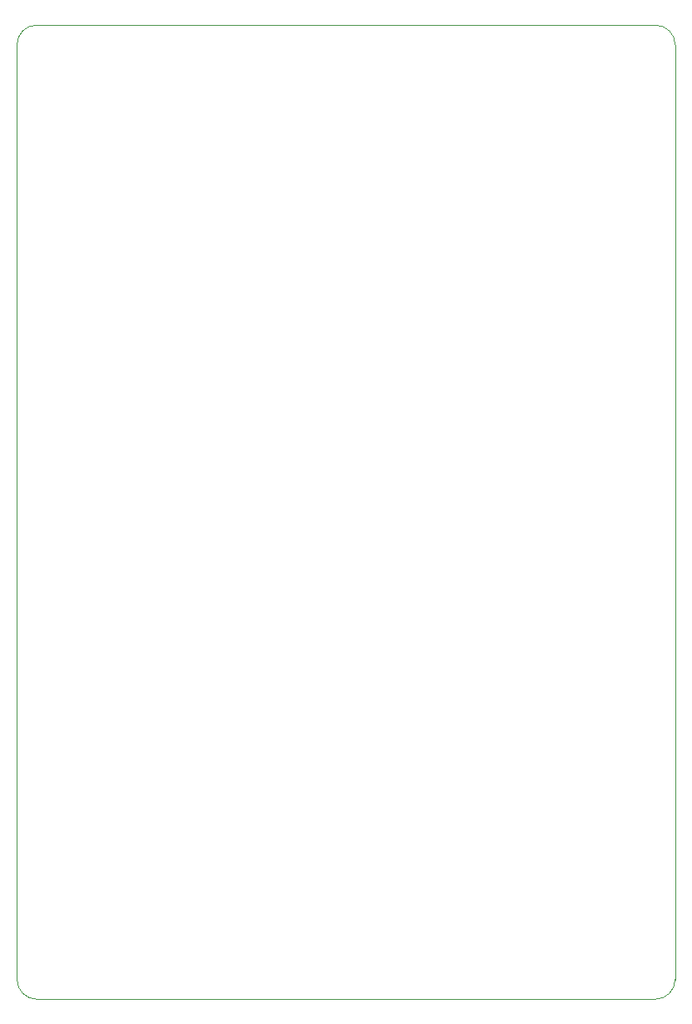
<source format=gm1>
%TF.GenerationSoftware,KiCad,Pcbnew,9.0.3*%
%TF.CreationDate,2025-07-12T16:14:16+09:00*%
%TF.ProjectId,R1.1,52312e31-2e6b-4696-9361-645f70636258,1.1*%
%TF.SameCoordinates,PX747b114PY92635dc*%
%TF.FileFunction,Profile,NP*%
%FSLAX46Y46*%
G04 Gerber Fmt 4.6, Leading zero omitted, Abs format (unit mm)*
G04 Created by KiCad (PCBNEW 9.0.3) date 2025-07-12 16:14:16*
%MOMM*%
%LPD*%
G01*
G04 APERTURE LIST*
%TA.AperFunction,Profile*%
%ADD10C,0.100000*%
%TD*%
G04 APERTURE END LIST*
D10*
X67000000Y2000000D02*
G75*
G02*
X65000000Y0I-2000000J0D01*
G01*
X65000000Y99060000D02*
G75*
G02*
X67000000Y97060000I0J-2000000D01*
G01*
X0Y2000000D02*
X0Y97060000D01*
X67000000Y97060000D02*
X67000000Y2000000D01*
X2000000Y99060000D02*
X65000000Y99060000D01*
X0Y97060000D02*
G75*
G02*
X2000000Y99060000I2000000J0D01*
G01*
X65000000Y0D02*
X2000000Y0D01*
X2000000Y0D02*
G75*
G02*
X0Y2000000I0J2000000D01*
G01*
M02*

</source>
